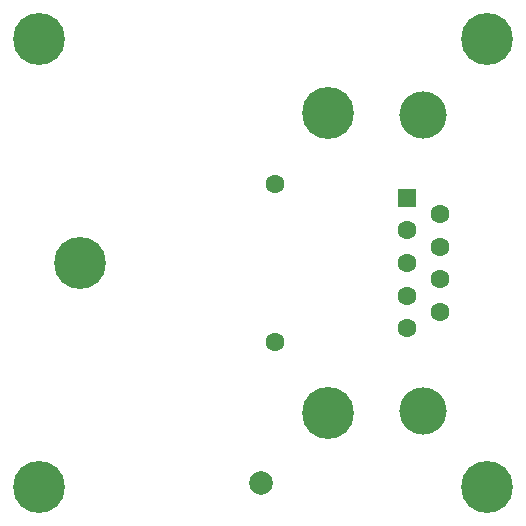
<source format=gbr>
%TF.GenerationSoftware,KiCad,Pcbnew,7.0.11-rc3*%
%TF.CreationDate,2025-03-16T23:28:07+08:00*%
%TF.ProjectId,imu-base,696d752d-6261-4736-952e-6b696361645f,rev?*%
%TF.SameCoordinates,Original*%
%TF.FileFunction,Soldermask,Bot*%
%TF.FilePolarity,Negative*%
%FSLAX46Y46*%
G04 Gerber Fmt 4.6, Leading zero omitted, Abs format (unit mm)*
G04 Created by KiCad (PCBNEW 7.0.11-rc3) date 2025-03-16 23:28:07*
%MOMM*%
%LPD*%
G01*
G04 APERTURE LIST*
%ADD10C,4.400000*%
%ADD11C,2.000000*%
%ADD12C,4.000000*%
%ADD13R,1.600000X1.600000*%
%ADD14C,1.600000*%
G04 APERTURE END LIST*
D10*
%TO.C,H7*%
X75999999Y-39000000D03*
%TD*%
%TO.C,H1*%
X79500000Y-58000000D03*
%TD*%
%TO.C,H4*%
X75999999Y-77000000D03*
%TD*%
D11*
%TO.C,TP1*%
X94800000Y-76600000D03*
%TD*%
D12*
%TO.C,J2*%
X108580000Y-70490000D03*
X108580000Y-45490000D03*
D13*
X107160000Y-52450000D03*
D14*
X107160000Y-55220000D03*
X107160000Y-57990000D03*
X107160000Y-60760000D03*
X107160000Y-63530000D03*
X110000000Y-53835000D03*
X110000000Y-56605000D03*
X110000000Y-59375000D03*
X110000000Y-62145000D03*
%TD*%
D10*
%TO.C,H3*%
X100500000Y-45300000D03*
%TD*%
%TO.C,H5*%
X114000000Y-77000000D03*
%TD*%
%TO.C,H2*%
X100500000Y-70700000D03*
%TD*%
D14*
%TO.C,J1*%
X96000000Y-64655000D03*
X96000000Y-51345000D03*
%TD*%
D10*
%TO.C,H6*%
X114000000Y-39000000D03*
%TD*%
M02*

</source>
